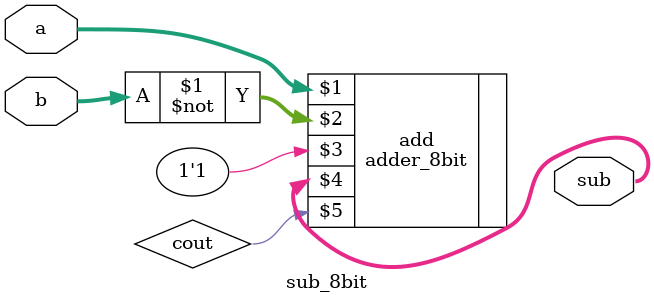
<source format=v>
module sub_8bit(
    input wire[7:0] a,
    input wire[7:0] b,
    output wire[7:0] sub
);

    wire cout;
    adder_8bit add(a, (~b), 1'b1, sub, cout);

endmodule
</source>
